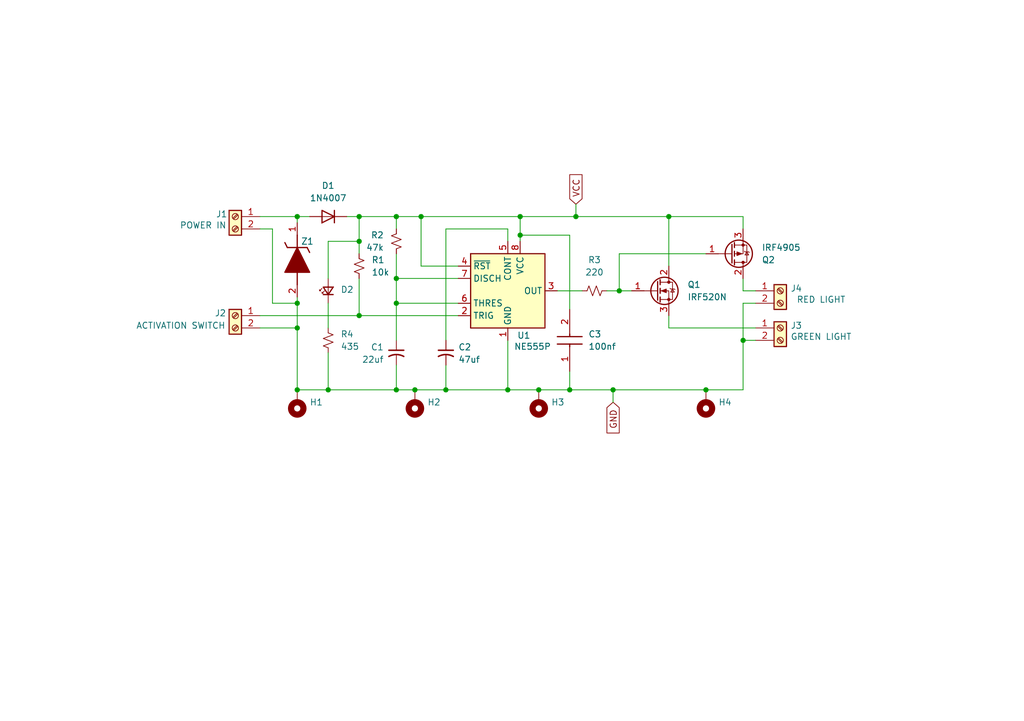
<source format=kicad_sch>
(kicad_sch (version 20250114) (generator "eeschema") (generator_version "9.0")
  (paper "A5")
  (title_block (title "RACE TIMING LIGHT CONTROL BOARD, REFACTORED WINNER") (rev "0.3") (company "ANTHONY SLECK DESIGNS"))
  (lib_symbols
    (symbol "Connector:Screw_Terminal_01x02" (pin_names (offset 1.016) (hide yes))
      (property "Reference" "J" (at 0 2.54 0))
      (property "Value" "Screw_Terminal_01x02" (at 0 -5.08 0))
      (symbol "Screw_Terminal_01x02_1_1"
        (rectangle (start -1.27 1.27) (end 1.27 -3.81) (stroke (width 0.254)) (fill (type background)))
        (polyline (pts (xy -0.5334 0.3302) (xy 0.3302 -0.508)) (stroke (width 0.1524)))
        (polyline (pts (xy -0.5334 -2.2098) (xy 0.3302 -3.048)) (stroke (width 0.1524)))
        (polyline (pts (xy -0.3556 0.508) (xy 0.508 -0.3302)) (stroke (width 0.1524)))
        (polyline (pts (xy -0.3556 -2.032) (xy 0.508 -2.8702)) (stroke (width 0.1524)))
        (circle (center 0 0) (radius 0.635) (stroke (width 0.1524)))
        (circle (center 0 -2.54) (radius 0.635) (stroke (width 0.1524)))
        (pin passive line (at -5.08 0 0) (length 3.81) (name "Pin_1") (number "1"))
        (pin passive line (at -5.08 -2.54 0) (length 3.81) (name "Pin_2") (number "2"))
      )
    )
    (symbol "Device:C_Small_US" (pin_numbers (hide yes)) (pin_names (offset 0.254) (hide yes))
      (property "Reference" "C" (at 0.254 1.778 0))
      (property "Value" "C_Small_US" (at 0.254 -2.032 0))
      (symbol "C_Small_US_0_1"
        (polyline (pts (xy -1.524 0.508) (xy 1.524 0.508)) (stroke (width 0.3048)))
        (arc (start -1.524 -0.762) (mid 0 -0.3734) (end 1.524 -0.762) (stroke (width 0.3048)))
      )
      (symbol "C_Small_US_1_1"
        (pin passive line (at 0 2.54 270) (length 2.032) (name "~") (number "1"))
        (pin passive line (at 0 -2.54 90) (length 2.032) (name "~") (number "2"))
      )
    )
    (symbol "Device:LED_Small" (pin_numbers (hide yes)) (pin_names (offset 0.254) (hide yes))
      (property "Reference" "D" (at -1.27 3.175 0))
      (property "Value" "LED_Small" (at -4.445 -2.54 0))
      (symbol "LED_Small_0_1"
        (polyline (pts (xy -0.762 -1.016) (xy -0.762 1.016)) (stroke (width 0.254)))
        (polyline (pts (xy 0 0.762) (xy -0.508 1.27) (xy -0.254 1.27) (xy -0.508 1.27) (xy -0.508 1.016)))
        (polyline (pts (xy 0.508 1.27) (xy 0 1.778) (xy 0.254 1.778) (xy 0 1.778) (xy 0 1.524)))
        (polyline (pts (xy 0.762 -1.016) (xy -0.762 0) (xy 0.762 1.016) (xy 0.762 -1.016)) (stroke (width 0.254)))
        (polyline (pts (xy 1.016 0) (xy -0.762 0)))
      )
      (symbol "LED_Small_1_1"
        (pin passive line (at -2.54 0 0) (length 1.778) (name "K") (number "1"))
        (pin passive line (at 2.54 0 180) (length 1.778) (name "A") (number "2"))
      )
    )
    (symbol "Device:R_Small_US" (pin_numbers (hide yes)) (pin_names (offset 0.254) (hide yes))
      (property "Reference" "R" (at 0.762 0.508 0))
      (property "Value" "R_Small_US" (at 0.762 -1.016 0))
      (symbol "R_Small_US_1_1"
        (polyline (pts (xy 0 1.524) (xy 1.016 1.143) (xy 0 0.762) (xy -1.016 0.381) (xy 0 0)))
        (polyline (pts (xy 0 0) (xy 1.016 -0.381) (xy 0 -0.762) (xy -1.016 -1.143) (xy 0 -1.524)))
        (pin passive line (at 0 2.54 270) (length 1.016) (name "~") (number "1"))
        (pin passive line (at 0 -2.54 90) (length 1.016) (name "~") (number "2"))
      )
    )
    (symbol "Diode:1N4007" (pin_numbers (hide yes)) (pin_names (hide yes))
      (property "Reference" "D" (at 0 2.54 0))
      (property "Value" "1N4007" (at 0 -2.54 0))
      (symbol "1N4007_0_1"
        (polyline (pts (xy -1.27 1.27) (xy -1.27 -1.27)) (stroke (width 0.254)))
        (polyline (pts (xy 1.27 1.27) (xy 1.27 -1.27) (xy -1.27 0) (xy 1.27 1.27)) (stroke (width 0.254)))
        (polyline (pts (xy 1.27 0) (xy -1.27 0)))
      )
      (symbol "1N4007_1_1"
        (pin passive line (at -3.81 0 0) (length 2.54) (name "K") (number "1"))
        (pin passive line (at 3.81 0 180) (length 2.54) (name "A") (number "2"))
      )
    )
    (symbol "Mechanical:MountingHole_Pad" (pin_numbers (hide yes)) (pin_names (offset 1.016) (hide yes)) (in_bom no)
      (property "Reference" "H" (at 0 6.35 0))
      (property "Value" "MountingHole_Pad" (at 0 4.445 0))
      (symbol "MountingHole_Pad_0_1"
        (circle (center 0 1.27) (radius 1.27) (stroke (width 1.27)))
      )
      (symbol "MountingHole_Pad_1_1"
        (pin input line (at 0 -2.54 90) (length 2.54) (name "1") (number "1"))
      )
    )
    (symbol "SamacSys_Parts:BZX85C15-TAP" (pin_names (hide yes))
      (property "Reference" "Z" (at 10.16 8.89 0))
      (property "Value" "BZX85C15-TAP" (at 10.16 6.35 0))
      (symbol "BZX85C15-TAP_1_1"
        (polyline (pts (xy 2.54 0) (xy 5.08 0)) (stroke (width 0.254)))
        (polyline (pts (xy 4.064 -2.54) (xy 5.08 -2.032)) (stroke (width 0.254)))
        (polyline (pts (xy 5.08 2.032) (xy 5.08 -2.032)) (stroke (width 0.254)))
        (polyline (pts (xy 5.08 2.032) (xy 6.096 2.54)) (stroke (width 0.254)))
        (polyline (pts (xy 5.08 0) (xy 10.16 2.54) (xy 10.16 -2.54) (xy 5.08 0)) (stroke (width 0.254)) (fill (type outline)))
        (polyline (pts (xy 12.7 0) (xy 10.16 0)) (stroke (width 0.254)))
        (pin passive line (at 0 0 0) (length 2.54) (name "K") (number "1"))
        (pin passive line (at 15.24 0 180) (length 2.54) (name "A") (number "2"))
      )
    )
    (symbol "SamacSys_Parts:K104K15X7RF5UL2" (pin_names (hide yes))
      (property "Reference" "C" (at 8.89 6.35 0))
      (property "Value" "K104K15X7RF5UL2" (at 8.89 3.81 0))
      (symbol "K104K15X7RF5UL2_1_1"
        (polyline (pts (xy 5.08 0) (xy 5.588 0)) (stroke (width 0.254)))
        (polyline (pts (xy 5.588 2.54) (xy 5.588 -2.54)) (stroke (width 0.254)))
        (polyline (pts (xy 7.112 2.54) (xy 7.112 -2.54)) (stroke (width 0.254)))
        (polyline (pts (xy 7.112 0) (xy 7.62 0)) (stroke (width 0.254)))
        (pin passive line (at 0 0 0) (length 5.08) (name "1") (number "1"))
        (pin passive line (at 12.7 0 180) (length 5.08) (name "2") (number "2"))
      )
    )
    (symbol "Timer:NE555P"
      (property "Reference" "U" (at -10.16 8.89 0))
      (property "Value" "NE555P" (at 2.54 8.89 0))
      (symbol "NE555P_0_0"
        (pin power_in line (at 0 -10.16 90) (length 2.54) (name "GND") (number "1"))
        (pin power_in line (at 2.54 10.16 270) (length 2.54) (name "VCC") (number "8"))
      )
      (symbol "NE555P_0_1"
        (rectangle (start -7.62 7.62) (end 7.62 -7.62) (stroke (width 0.254)) (fill (type background)))
      )
      (symbol "NE555P_1_1"
        (pin input line (at -10.16 5.08 0) (length 2.54) (name "~{RST}") (number "4"))
        (pin input line (at -10.16 2.54 0) (length 2.54) (name "DISCH") (number "7"))
        (pin input line (at -10.16 -2.54 0) (length 2.54) (name "THRES") (number "6"))
        (pin input line (at -10.16 -5.08 0) (length 2.54) (name "TRIG") (number "2"))
        (pin open_collector line (at 0 10.16 270) (length 2.54) (name "CONT") (number "5"))
        (pin output line (at 10.16 0 180) (length 2.54) (name "OUT") (number "3"))
      )
    )
    (symbol "Transistor_FET:IRF4905" (pin_names (hide yes))
      (property "Reference" "Q" (at 5.08 1.905 0))
      (property "Value" "IRF4905" (at 5.08 0 0))
      (symbol "IRF4905_0_1"
        (polyline (pts (xy 0.254 1.905) (xy 0.254 -1.905)) (stroke (width 0.254)))
        (polyline (pts (xy 0.254 0) (xy -2.54 0)))
        (polyline (pts (xy 0.762 2.286) (xy 0.762 1.27)) (stroke (width 0.254)))
        (polyline (pts (xy 0.762 1.778) (xy 3.302 1.778) (xy 3.302 -1.778) (xy 0.762 -1.778)))
        (polyline (pts (xy 0.762 0.508) (xy 0.762 -0.508)) (stroke (width 0.254)))
        (polyline (pts (xy 0.762 -1.27) (xy 0.762 -2.286)) (stroke (width 0.254)))
        (circle (center 1.651 0) (radius 2.794) (stroke (width 0.254)))
        (polyline (pts (xy 2.286 0) (xy 1.27 0.381) (xy 1.27 -0.381) (xy 2.286 0)) (fill (type outline)))
        (polyline (pts (xy 2.54 2.54) (xy 2.54 1.778)))
        (circle (center 2.54 1.778) (radius 0.254) (fill (type outline)))
        (circle (center 2.54 -1.778) (radius 0.254) (fill (type outline)))
        (polyline (pts (xy 2.54 -2.54) (xy 2.54 0) (xy 0.762 0)))
        (polyline (pts (xy 2.794 -0.508) (xy 2.921 -0.381) (xy 3.683 -0.381) (xy 3.81 -0.254)))
        (polyline (pts (xy 3.302 -0.381) (xy 2.921 0.254) (xy 3.683 0.254) (xy 3.302 -0.381)))
      )
      (symbol "IRF4905_1_1"
        (pin input line (at -5.08 0 0) (length 2.54) (name "G") (number "1"))
        (pin passive line (at 2.54 5.08 270) (length 2.54) (name "D") (number "2"))
        (pin passive line (at 2.54 -5.08 90) (length 2.54) (name "S") (number "3"))
      )
    )
    (symbol "Transistor_FET:IRF540N" (pin_names (hide yes))
      (property "Reference" "Q" (at 5.08 1.905 0))
      (property "Value" "IRF540N" (at 5.08 0 0))
      (symbol "IRF540N_0_1"
        (polyline (pts (xy 0.254 1.905) (xy 0.254 -1.905)) (stroke (width 0.254)))
        (polyline (pts (xy 0.254 0) (xy -2.54 0)))
        (polyline (pts (xy 0.762 2.286) (xy 0.762 1.27)) (stroke (width 0.254)))
        (polyline (pts (xy 0.762 0.508) (xy 0.762 -0.508)) (stroke (width 0.254)))
        (polyline (pts (xy 0.762 -1.27) (xy 0.762 -2.286)) (stroke (width 0.254)))
        (polyline (pts (xy 0.762 -1.778) (xy 3.302 -1.778) (xy 3.302 1.778) (xy 0.762 1.778)))
        (polyline (pts (xy 1.016 0) (xy 2.032 0.381) (xy 2.032 -0.381) (xy 1.016 0)) (fill (type outline)))
        (circle (center 1.651 0) (radius 2.794) (stroke (width 0.254)))
        (polyline (pts (xy 2.54 2.54) (xy 2.54 1.778)))
        (circle (center 2.54 1.778) (radius 0.254) (fill (type outline)))
        (circle (center 2.54 -1.778) (radius 0.254) (fill (type outline)))
        (polyline (pts (xy 2.54 -2.54) (xy 2.54 0) (xy 0.762 0)))
        (polyline (pts (xy 2.794 0.508) (xy 2.921 0.381) (xy 3.683 0.381) (xy 3.81 0.254)))
        (polyline (pts (xy 3.302 0.381) (xy 2.921 -0.254) (xy 3.683 -0.254) (xy 3.302 0.381)))
      )
      (symbol "IRF540N_1_1"
        (pin input line (at -5.08 0 0) (length 2.54) (name "G") (number "1"))
        (pin passive line (at 2.54 5.08 270) (length 2.54) (name "D") (number "2"))
        (pin passive line (at 2.54 -5.08 90) (length 2.54) (name "S") (number "3"))
      )
    )
  )
  (junction (at 81.28 62.23))
  (junction (at 127 59.69))
  (junction (at 110.49 80.01))
  (junction (at 106.68 44.45))
  (junction (at 60.96 80.01))
  (junction (at 60.96 67.31))
  (junction (at 81.28 80.01))
  (junction (at 73.66 64.77))
  (junction (at 91.44 80.01))
  (junction (at 85.09 80.01))
  (junction (at 81.28 44.45))
  (junction (at 106.68 48.26))
  (junction (at 67.31 80.01))
  (junction (at 60.96 44.45))
  (junction (at 137.16 44.45))
  (junction (at 86.36 44.45))
  (junction (at 116.84 80.01))
  (junction (at 144.78 80.01))
  (junction (at 60.96 62.23))
  (junction (at 125.73 80.01))
  (junction (at 152.4 69.85))
  (junction (at 104.14 80.01))
  (junction (at 118.11 44.45))
  (junction (at 73.66 49.53))
  (junction (at 81.28 57.15))
  (junction (at 73.66 44.45))
  (wire (pts (xy 106.68 44.45) (xy 118.11 44.45)))
  (wire (pts (xy 152.4 69.85) (xy 154.94 69.85)))
  (wire (pts (xy 137.16 54.61) (xy 137.16 44.45)))
  (wire (pts (xy 81.28 44.45) (xy 81.28 46.99)))
  (wire (pts (xy 73.66 49.53) (xy 73.66 52.07)))
  (wire (pts (xy 106.68 48.26) (xy 116.84 48.26)))
  (wire (pts (xy 104.14 69.85) (xy 104.14 80.01)))
  (wire (pts (xy 152.4 69.85) (xy 152.4 80.01)))
  (wire (pts (xy 116.84 76.2) (xy 116.84 80.01)))
  (wire (pts (xy 60.96 60.96) (xy 60.96 62.23)))
  (wire (pts (xy 60.96 62.23) (xy 60.96 67.31)))
  (wire (pts (xy 106.68 44.45) (xy 106.68 48.26)))
  (wire (pts (xy 73.66 44.45) (xy 73.66 49.53)))
  (wire (pts (xy 91.44 74.93) (xy 91.44 80.01)))
  (wire (pts (xy 81.28 62.23) (xy 93.98 62.23)))
  (wire (pts (xy 118.11 44.45) (xy 137.16 44.45)))
  (wire (pts (xy 104.14 46.99) (xy 91.44 46.99)))
  (wire (pts (xy 91.44 46.99) (xy 91.44 69.85)))
  (wire (pts (xy 127 52.07) (xy 127 59.69)))
  (wire (pts (xy 53.34 64.77) (xy 73.66 64.77)))
  (wire (pts (xy 60.96 45.72) (xy 60.96 44.45)))
  (wire (pts (xy 81.28 62.23) (xy 81.28 69.85)))
  (wire (pts (xy 137.16 67.31) (xy 137.16 64.77)))
  (wire (pts (xy 81.28 80.01) (xy 85.09 80.01)))
  (wire (pts (xy 152.4 46.99) (xy 152.4 44.45)))
  (wire (pts (xy 85.09 80.01) (xy 91.44 80.01)))
  (wire (pts (xy 53.34 67.31) (xy 60.96 67.31)))
  (wire (pts (xy 104.14 49.53) (xy 104.14 46.99)))
  (wire (pts (xy 67.31 62.23) (xy 67.31 67.31)))
  (wire (pts (xy 86.36 44.45) (xy 106.68 44.45)))
  (wire (pts (xy 93.98 54.61) (xy 86.36 54.61)))
  (wire (pts (xy 154.94 67.31) (xy 137.16 67.31)))
  (wire (pts (xy 116.84 48.26) (xy 116.84 63.5)))
  (wire (pts (xy 67.31 49.53) (xy 73.66 49.53)))
  (wire (pts (xy 81.28 57.15) (xy 93.98 57.15)))
  (wire (pts (xy 81.28 74.93) (xy 81.28 80.01)))
  (wire (pts (xy 118.11 41.91) (xy 118.11 44.45)))
  (wire (pts (xy 73.66 44.45) (xy 81.28 44.45)))
  (wire (pts (xy 71.12 44.45) (xy 73.66 44.45)))
  (wire (pts (xy 55.88 46.99) (xy 55.88 62.23)))
  (wire (pts (xy 73.66 64.77) (xy 93.98 64.77)))
  (wire (pts (xy 114.3 59.69) (xy 119.38 59.69)))
  (wire (pts (xy 124.46 59.69) (xy 127 59.69)))
  (wire (pts (xy 106.68 48.26) (xy 106.68 49.53)))
  (wire (pts (xy 154.94 59.69) (xy 152.4 59.69)))
  (wire (pts (xy 125.73 82.55) (xy 125.73 80.01)))
  (wire (pts (xy 60.96 44.45) (xy 63.5 44.45)))
  (wire (pts (xy 152.4 62.23) (xy 152.4 69.85)))
  (wire (pts (xy 53.34 46.99) (xy 55.88 46.99)))
  (wire (pts (xy 67.31 72.39) (xy 67.31 80.01)))
  (wire (pts (xy 104.14 80.01) (xy 110.49 80.01)))
  (wire (pts (xy 60.96 67.31) (xy 60.96 80.01)))
  (wire (pts (xy 152.4 59.69) (xy 152.4 57.15)))
  (wire (pts (xy 67.31 80.01) (xy 81.28 80.01)))
  (wire (pts (xy 67.31 57.15) (xy 67.31 49.53)))
  (wire (pts (xy 73.66 57.15) (xy 73.66 64.77)))
  (wire (pts (xy 116.84 80.01) (xy 125.73 80.01)))
  (wire (pts (xy 91.44 80.01) (xy 104.14 80.01)))
  (wire (pts (xy 53.34 44.45) (xy 60.96 44.45)))
  (wire (pts (xy 144.78 80.01) (xy 152.4 80.01)))
  (wire (pts (xy 60.96 80.01) (xy 67.31 80.01)))
  (wire (pts (xy 137.16 44.45) (xy 152.4 44.45)))
  (wire (pts (xy 154.94 62.23) (xy 152.4 62.23)))
  (wire (pts (xy 127 59.69) (xy 129.54 59.69)))
  (wire (pts (xy 125.73 80.01) (xy 144.78 80.01)))
  (wire (pts (xy 81.28 44.45) (xy 86.36 44.45)))
  (wire (pts (xy 144.78 52.07) (xy 127 52.07)))
  (wire (pts (xy 55.88 62.23) (xy 60.96 62.23)))
  (wire (pts (xy 81.28 62.23) (xy 81.28 57.15)))
  (wire (pts (xy 81.28 52.07) (xy 81.28 57.15)))
  (wire (pts (xy 86.36 44.45) (xy 86.36 54.61)))
  (wire (pts (xy 110.49 80.01) (xy 116.84 80.01)))
  (global_label "GND" (shape input) (at 125.73 82.55 270) (property "Intersheetrefs" "${INTERSHEET_REFS}" (effects (hide yes))))
  (global_label "VCC" (shape input) (at 118.11 41.91 90) (property "Intersheetrefs" "${INTERSHEET_REFS}" (effects (hide yes))))
  (symbol (lib_id "Diode:1N4007") (at 67.31 44.45 180) (unit 1)
    (property "Reference" "D1" (at 67.31 38.1 0))
    (property "Value" "1N4007" (at 67.31 40.64 0))
    (property "Footprint" "Diode_THT:D_DO-41_SOD81_P10.16mm_Horizontal" (effects (hide yes)))
    (property "Datasheet" "http://www.vishay.com/docs/88503/1n4001.pdf" (effects (hide yes)))
    (property "Description" "1000V 1A General Purpose Rectifier Diode, DO-41" (effects (hide yes)))
    (property "Sim.Device" "D" (effects (hide yes)))
    (property "Sim.Pins" "1=K 2=A" (effects (hide yes)))
  )
  (symbol (lib_id "Device:R_Small_US") (at 81.28 49.53 0) (mirror x) (unit 1)
    (property "Reference" "R2" (at 78.74 48.2599 0) (effects (justify right)))
    (property "Value" "47k" (at 78.74 50.7999 0) (effects (justify right)))
    (property "Footprint" "Resistor_THT:R_Axial_DIN0204_L3.6mm_D1.6mm_P5.08mm_Horizontal" (effects (hide yes)))
    (property "Description" "Resistor, small US symbol" (effects (hide yes)))
  )
  (symbol (lib_id "Device:LED_Small") (at 67.31 59.69 90) (unit 1)
    (property "Reference" "D2" (at 69.85 59.436 90) (effects (justify right)))
    (property "Value" "LED_Small" (effects (hide yes)))
    (property "Footprint" "LED_THT:LED_D5.0mm_Clear" (effects (hide yes)))
    (property "Description" "Light emitting diode, small symbol" (effects (hide yes)))
    (property "Sim.Pins" "1=K 2=A" (effects (hide yes)))
  )
  (symbol (lib_id "Connector:Screw_Terminal_01x02") (at 160.02 59.69 0) (unit 1)
    (property "Reference" "J4" (at 163.322 59.182 0))
    (property "Value" "RED LIGHT" (at 168.402 61.468 0))
    (property "Footprint" "TerminalBlock_Phoenix:TerminalBlock_Phoenix_MKDS-1,5-2-5.08_1x02_P5.08mm_Horizontal" (effects (hide yes)))
    (property "Description" "Generic screw terminal, single row, 01x02, script generated (kicad-library-utils/schlib/autogen/connector/)" (effects (hide yes)))
  )
  (symbol (lib_id "Mechanical:MountingHole_Pad") (at 110.49 82.55 180) (unit 1) (in_bom no)
    (property "Reference" "H3" (at 113.03 82.5499 0) (effects (justify right)))
    (property "Value" "MountingHole_Pad" (effects (hide yes)))
    (property "Footprint" "MountingHole:MountingHole_3.2mm_M3_Pad_TopBottom" (effects (hide yes)))
    (property "Description" "Mounting Hole with connection" (effects (hide yes)))
  )
  (symbol (lib_id "Device:R_Small_US") (at 121.92 59.69 90) (unit 1)
    (property "Reference" "R3" (at 121.92 53.34 90))
    (property "Value" "220" (at 121.92 55.88 90))
    (property "Footprint" "Resistor_THT:R_Axial_DIN0204_L3.6mm_D1.6mm_P5.08mm_Horizontal" (effects (hide yes)))
    (property "Description" "Resistor, small US symbol" (effects (hide yes)))
  )
  (symbol (lib_id "Transistor_FET:IRF4905") (at 149.86 52.07 0) (mirror x) (unit 1)
    (property "Reference" "Q2" (at 156.21 53.3401 0) (effects (justify left)))
    (property "Value" "IRF4905" (at 156.21 50.8001 0) (effects (justify left)))
    (property "Footprint" "Package_TO_SOT_THT:TO-220-3_Vertical" (effects (hide yes)))
    (property "Datasheet" "http://www.infineon.com/dgdl/irf4905.pdf?fileId=5546d462533600a4015355e32165197c" (effects (hide yes)))
    (property "Description" "-74A Id, -55V Vds, Single P-Channel HEXFET Power MOSFET, 20mOhm Ron, TO-220AB" (effects (hide yes)))
  )
  (symbol (lib_id "Connector:Screw_Terminal_01x02") (at 160.02 67.31 0) (unit 1)
    (property "Reference" "J3" (at 163.322 66.802 0))
    (property "Value" "GREEN LIGHT" (at 168.402 69.088 0))
    (property "Footprint" "TerminalBlock_Phoenix:TerminalBlock_Phoenix_MKDS-1,5-2-5.08_1x02_P5.08mm_Horizontal" (effects (hide yes)))
    (property "Description" "Generic screw terminal, single row, 01x02, script generated (kicad-library-utils/schlib/autogen/connector/)" (effects (hide yes)))
  )
  (symbol (lib_id "Mechanical:MountingHole_Pad") (at 144.78 82.55 180) (unit 1) (in_bom no)
    (property "Reference" "H4" (at 147.32 82.5499 0) (effects (justify right)))
    (property "Value" "MountingHole_Pad" (effects (hide yes)))
    (property "Footprint" "MountingHole:MountingHole_3.2mm_M3_Pad_TopBottom" (effects (hide yes)))
    (property "Description" "Mounting Hole with connection" (effects (hide yes)))
  )
  (symbol (lib_id "Mechanical:MountingHole_Pad") (at 85.09 82.55 180) (unit 1) (in_bom no)
    (property "Reference" "H2" (at 87.63 82.5499 0) (effects (justify right)))
    (property "Value" "MountingHole_Pad" (effects (hide yes)))
    (property "Footprint" "MountingHole:MountingHole_3.2mm_M3_Pad_TopBottom" (effects (hide yes)))
    (property "Description" "Mounting Hole with connection" (effects (hide yes)))
  )
  (symbol (lib_id "SamacSys_Parts:BZX85C15-TAP") (at 60.96 45.72 270) (unit 1)
    (property "Reference" "Z1" (at 61.722 49.53 90) (effects (justify left)))
    (property "Value" "BZX85C15-TAP" (effects (hide yes)))
    (property "Footprint" "DIOAD1450W86L410D260" (effects (hide yes)))
    (property "Datasheet" "https://componentsearchengine.com/Datasheets/2/BZX85C15-TAP.pdf" (effects (hide yes)))
    (property "Description" "Zener Diodes" (effects (hide yes)))
    (property "Mouser Part Number" "625-BZX85C15-TAP" (effects (hide yes)))
    (property "Mouser Price/Stock" "https://www.mouser.co.uk/ProductDetail/Vishay-Semiconductors/BZX85C15-TAP?qs=yIvl1B2wDi5xODAMSR9QMQ%3D%3D" (effects (hide yes)))
    (property "Manufacturer_Name" "Vishay" (effects (hide yes)))
    (property "Manufacturer_Part_Number" "BZX85C15-TAP" (effects (hide yes)))
  )
  (symbol (lib_id "Device:C_Small_US") (at 91.44 72.39 0) (unit 1)
    (property "Reference" "C2" (at 93.98 71.2469 0) (effects (justify left)))
    (property "Value" "47uf" (at 93.98 73.7869 0) (effects (justify left)))
    (property "Footprint" "Capacitor_THT:C_Radial_D5.0mm_H11.0mm_P2.00mm" (effects (hide yes)))
    (property "Description" "capacitor, small US symbol" (effects (hide yes)))
  )
  (symbol (lib_id "Timer:NE555P") (at 104.14 59.69 0) (unit 1)
    (property "Reference" "U1" (at 107.442 68.834 0))
    (property "Value" "NE555P" (at 109.22 71.12 0))
    (property "Footprint" "Package_DIP:DIP-8_W7.62mm" (effects (hide yes)))
    (property "Datasheet" "http://www.ti.com/lit/ds/symlink/ne555.pdf" (effects (hide yes)))
    (property "Description" "Precision Timers, 555 compatible, PDIP-8" (effects (hide yes)))
  )
  (symbol (lib_id "Device:C_Small_US") (at 81.28 72.39 0) (mirror y) (unit 1)
    (property "Reference" "C1" (at 78.74 71.2469 0) (effects (justify left)))
    (property "Value" "22uf" (at 78.74 73.7869 0) (effects (justify left)))
    (property "Footprint" "Capacitor_THT:C_Radial_D5.0mm_H11.0mm_P2.00mm" (effects (hide yes)))
    (property "Description" "capacitor, small US symbol" (effects (hide yes)))
  )
  (symbol (lib_id "Device:R_Small_US") (at 67.31 69.85 180) (unit 1)
    (property "Reference" "R4" (at 69.85 68.5799 0) (effects (justify right)))
    (property "Value" "435" (at 69.85 71.1199 0) (effects (justify right)))
    (property "Footprint" "Resistor_THT:R_Axial_DIN0207_L6.3mm_D2.5mm_P7.62mm_Horizontal" (effects (hide yes)))
    (property "Description" "Resistor, small US symbol" (effects (hide yes)))
  )
  (symbol (lib_id "Connector:Screw_Terminal_01x02") (at 48.26 64.77 0) (mirror y) (unit 1)
    (property "Reference" "J2" (at 45.212 64.262 0))
    (property "Value" "ACTIVATION SWITCH" (at 37.084 66.802 0))
    (property "Footprint" "TerminalBlock_Phoenix:TerminalBlock_Phoenix_MKDS-1,5-2-5.08_1x02_P5.08mm_Horizontal" (effects (hide yes)))
    (property "Description" "Generic screw terminal, single row, 01x02, script generated (kicad-library-utils/schlib/autogen/connector/)" (effects (hide yes)))
  )
  (symbol (lib_id "Mechanical:MountingHole_Pad") (at 60.96 82.55 180) (unit 1) (in_bom no)
    (property "Reference" "H1" (at 63.5 82.5499 0) (effects (justify right)))
    (property "Value" "MountingHole_Pad" (effects (hide yes)))
    (property "Footprint" "MountingHole:MountingHole_3.2mm_M3_Pad_TopBottom" (effects (hide yes)))
    (property "Description" "Mounting Hole with connection" (effects (hide yes)))
  )
  (symbol (lib_id "Transistor_FET:IRF540N") (at 134.62 59.69 0) (unit 1)
    (property "Reference" "Q1" (at 140.97 58.4199 0) (effects (justify left)))
    (property "Value" "IRF520N" (at 140.97 60.9599 0) (effects (justify left)))
    (property "Footprint" "Package_TO_SOT_THT:TO-220-3_Vertical" (effects (hide yes)))
    (property "Datasheet" "http://www.irf.com/product-info/datasheets/data/irf540n.pdf" (effects (hide yes)))
    (property "Description" "33A Id, 100V Vds, HEXFET N-Channel MOSFET, TO-220" (effects (hide yes)))
  )
  (symbol (lib_id "Connector:Screw_Terminal_01x02") (at 48.26 44.45 0) (mirror y) (unit 1)
    (property "Reference" "J1" (at 45.466 43.942 0))
    (property "Value" "POWER IN" (at 41.656 46.228 0))
    (property "Footprint" "TerminalBlock_Phoenix:TerminalBlock_Phoenix_MKDS-1,5-2-5.08_1x02_P5.08mm_Horizontal" (effects (hide yes)))
    (property "Description" "Generic screw terminal, single row, 01x02, script generated (kicad-library-utils/schlib/autogen/connector/)" (effects (hide yes)))
  )
  (symbol (lib_id "Device:R_Small_US") (at 73.66 54.61 180) (unit 1)
    (property "Reference" "R1" (at 76.2 53.3399 0) (effects (justify right)))
    (property "Value" "10k" (at 76.2 55.8799 0) (effects (justify right)))
    (property "Footprint" "Resistor_THT:R_Axial_DIN0204_L3.6mm_D1.6mm_P5.08mm_Horizontal" (effects (hide yes)))
    (property "Description" "Resistor, small US symbol" (effects (hide yes)))
  )
  (symbol (lib_id "SamacSys_Parts:K104K15X7RF5UL2") (at 116.84 76.2 90) (unit 1)
    (property "Reference" "C3" (at 120.65 68.5799 90) (effects (justify right)))
    (property "Value" "100nf" (at 120.65 71.1199 90) (effects (justify right)))
    (property "Footprint" "K104K15X7RF5UL2" (effects (hide yes)))
    (property "Datasheet" "https://www.vishay.com/doc?45233" (effects (hide yes)))
    (property "Description" "Cap Ceramic 0.1uF 50V X7R 10% Radial 2.5mm 125C Ammo" (effects (hide yes)))
    (property "Height" "5.4" (effects (hide yes)))
    (property "Mouser Part Number" "594-K104K15X7RF5UL2" (effects (hide yes)))
    (property "Mouser Price/Stock" "https://www.mouser.co.uk/ProductDetail/Vishay-BC-Components/K104K15X7RF5UL2?qs=rLgk8CAOBHbCqsnkGO2HJA%3D%3D" (effects (hide yes)))
    (property "Manufacturer_Name" "Vishay" (effects (hide yes)))
    (property "Manufacturer_Part_Number" "K104K15X7RF5UL2" (effects (hide yes)))
  )
)
</source>
